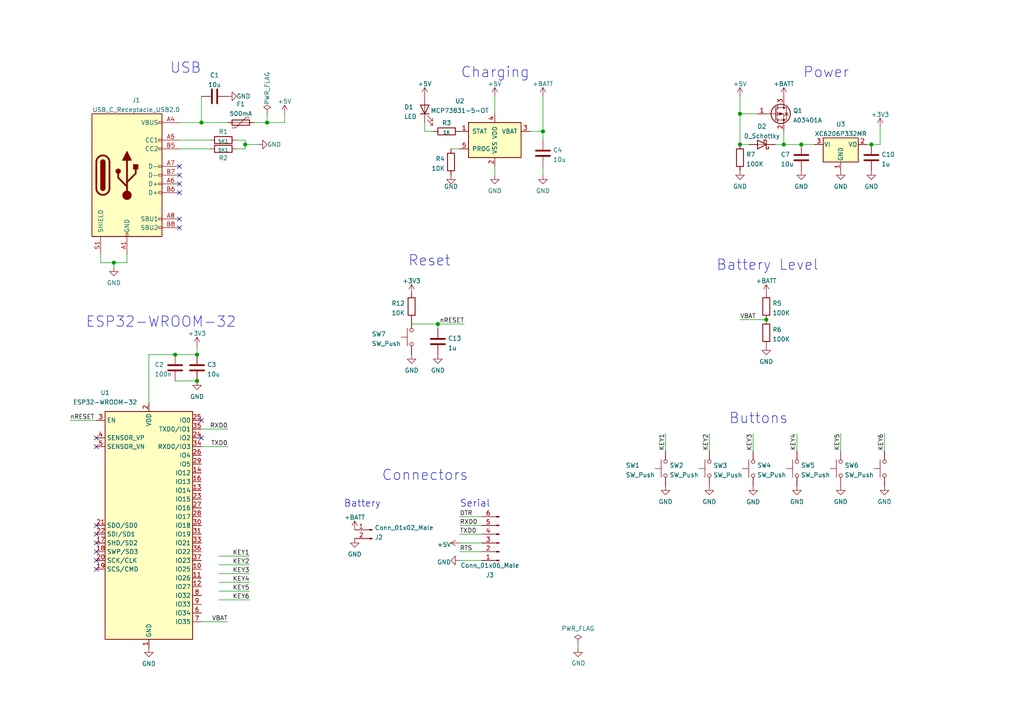
<source format=kicad_sch>
(kicad_sch (version 20210621) (generator eeschema)
  (paper "A4")
  (title_block (title "Steering Wheel Media Switches") (company "Bing Xu") (comment 1 "opsbinxu"))
  (lib_symbols
    (symbol "Connector:Conn_01x02_Male" (pin_names (offset 1.016) hide)
      (property "Reference" "J" (at 0 2.54 0))
      (property "Value" "Conn_01x02_Male" (at 0 -5.08 0))
      (symbol "Conn_01x02_Male_1_1"
        (rectangle (start 0.8636 -2.413) (end 0 -2.667) (stroke (width 0.1524)) (fill (type outline)))
        (rectangle (start 0.8636 0.127) (end 0 -0.127) (stroke (width 0.1524)) (fill (type outline)))
        (polyline (pts (xy 1.27 -2.54) (xy 0.8636 -2.54)) (stroke (width 0.1524)))
        (polyline (pts (xy 1.27 0) (xy 0.8636 0)) (stroke (width 0.1524)))
        (pin passive line (at 5.08 0 180) (length 3.81) (name "Pin_1") (number "1"))
        (pin passive line (at 5.08 -2.54 180) (length 3.81) (name "Pin_2") (number "2"))
      )
    )
    (symbol "Connector:Conn_01x06_Male" (pin_names (offset 1.016) hide)
      (property "Reference" "J" (at 0 7.62 0))
      (property "Value" "Conn_01x06_Male" (at 0 -10.16 0))
      (symbol "Conn_01x06_Male_1_1"
        (rectangle (start 0.8636 -7.493) (end 0 -7.747) (stroke (width 0.1524)) (fill (type outline)))
        (rectangle (start 0.8636 -4.953) (end 0 -5.207) (stroke (width 0.1524)) (fill (type outline)))
        (rectangle (start 0.8636 -2.413) (end 0 -2.667) (stroke (width 0.1524)) (fill (type outline)))
        (rectangle (start 0.8636 0.127) (end 0 -0.127) (stroke (width 0.1524)) (fill (type outline)))
        (rectangle (start 0.8636 2.667) (end 0 2.413) (stroke (width 0.1524)) (fill (type outline)))
        (rectangle (start 0.8636 5.207) (end 0 4.953) (stroke (width 0.1524)) (fill (type outline)))
        (polyline (pts (xy 1.27 -7.62) (xy 0.8636 -7.62)) (stroke (width 0.1524)))
        (polyline (pts (xy 1.27 -5.08) (xy 0.8636 -5.08)) (stroke (width 0.1524)))
        (polyline (pts (xy 1.27 -2.54) (xy 0.8636 -2.54)) (stroke (width 0.1524)))
        (polyline (pts (xy 1.27 0) (xy 0.8636 0)) (stroke (width 0.1524)))
        (polyline (pts (xy 1.27 2.54) (xy 0.8636 2.54)) (stroke (width 0.1524)))
        (polyline (pts (xy 1.27 5.08) (xy 0.8636 5.08)) (stroke (width 0.1524)))
        (pin passive line (at 5.08 5.08 180) (length 3.81) (name "Pin_1") (number "1"))
        (pin passive line (at 5.08 2.54 180) (length 3.81) (name "Pin_2") (number "2"))
        (pin passive line (at 5.08 0 180) (length 3.81) (name "Pin_3") (number "3"))
        (pin passive line (at 5.08 -2.54 180) (length 3.81) (name "Pin_4") (number "4"))
        (pin passive line (at 5.08 -5.08 180) (length 3.81) (name "Pin_5") (number "5"))
        (pin passive line (at 5.08 -7.62 180) (length 3.81) (name "Pin_6") (number "6"))
      )
    )
    (symbol "Connector:USB_C_Receptacle_USB2.0" (pin_names (offset 1.016))
      (property "Reference" "J" (at -10.16 19.05 0))
      (property "Value" "USB_C_Receptacle_USB2.0" (at 19.05 19.05 0))
      (symbol "USB_C_Receptacle_USB2.0_0_0"
        (rectangle (start -0.254 -17.78) (end 0.254 -16.764))
        (rectangle (start 10.16 -14.986) (end 9.144 -15.494))
        (rectangle (start 10.16 -12.446) (end 9.144 -12.954))
        (rectangle (start 10.16 -4.826) (end 9.144 -5.334))
        (rectangle (start 10.16 -2.286) (end 9.144 -2.794))
        (rectangle (start 10.16 0.254) (end 9.144 -0.254))
        (rectangle (start 10.16 2.794) (end 9.144 2.286))
        (rectangle (start 10.16 7.874) (end 9.144 7.366))
        (rectangle (start 10.16 10.414) (end 9.144 9.906))
        (rectangle (start 10.16 15.494) (end 9.144 14.986))
      )
      (symbol "USB_C_Receptacle_USB2.0_0_1"
        (arc (start -8.89 -3.81) (end -5.08 -3.81) (radius (at -6.985 -3.81) (length 1.905) (angles -179.9 -0.1)) (stroke (width 0.508)))
        (arc (start -7.62 -3.81) (end -6.35 -3.81) (radius (at -6.985 -3.81) (length 0.635) (angles -179.9 -0.1)) (stroke (width 0.254)))
        (arc (start -6.35 3.81) (end -7.62 3.81) (radius (at -6.985 3.81) (length 0.635) (angles 0.1 179.9)) (stroke (width 0.254)))
        (arc (start -5.08 3.81) (end -8.89 3.81) (radius (at -6.985 3.81) (length 1.905) (angles 0.1 179.9)) (stroke (width 0.508)))
        (arc (start -7.62 -3.81) (end -6.35 -3.81) (radius (at -6.985 -3.81) (length 0.635) (angles -179.9 -0.1)) (stroke (width 0.254)) (fill (type outline)))
        (arc (start -6.35 3.81) (end -7.62 3.81) (radius (at -6.985 3.81) (length 0.635) (angles 0.1 179.9)) (stroke (width 0.254)) (fill (type outline)))
        (circle (center -2.54 1.143) (radius 0.635) (stroke (width 0.254)) (fill (type outline)))
        (circle (center 0 -5.842) (radius 1.27) (fill (type outline)))
        (rectangle (start -7.62 -3.81) (end -6.35 3.81) (stroke (width 0.254)) (fill (type outline)))
        (rectangle (start 1.905 1.778) (end 3.175 3.048) (stroke (width 0.254)) (fill (type outline)))
        (rectangle (start -10.16 17.78) (end 10.16 -17.78) (stroke (width 0.254)) (fill (type background)))
        (polyline (pts (xy -8.89 -3.81) (xy -8.89 3.81)) (stroke (width 0.508)))
        (polyline (pts (xy -5.08 3.81) (xy -5.08 -3.81)) (stroke (width 0.508)))
        (polyline (pts (xy 0 -5.842) (xy 0 4.318)) (stroke (width 0.508)))
        (polyline (pts (xy 0 -3.302) (xy -2.54 -0.762) (xy -2.54 0.508)) (stroke (width 0.508)))
        (polyline (pts (xy 0 -2.032) (xy 2.54 0.508) (xy 2.54 1.778)) (stroke (width 0.508)))
        (polyline (pts (xy -1.27 4.318) (xy 0 6.858) (xy 1.27 4.318) (xy -1.27 4.318)) (stroke (width 0.254)) (fill (type outline)))
      )
      (symbol "USB_C_Receptacle_USB2.0_1_1"
        (pin passive line (at 0 -22.86 90) (length 5.08) (name "GND") (number "A1"))
        (pin passive line (at 0 -22.86 90) (length 5.08) hide (name "GND") (number "A12"))
        (pin passive line (at 15.24 15.24 180) (length 5.08) (name "VBUS") (number "A4"))
        (pin bidirectional line (at 15.24 10.16 180) (length 5.08) (name "CC1") (number "A5"))
        (pin bidirectional line (at 15.24 -2.54 180) (length 5.08) (name "D+") (number "A6"))
        (pin bidirectional line (at 15.24 2.54 180) (length 5.08) (name "D-") (number "A7"))
        (pin bidirectional line (at 15.24 -12.7 180) (length 5.08) (name "SBU1") (number "A8"))
        (pin passive line (at 15.24 15.24 180) (length 5.08) hide (name "VBUS") (number "A9"))
        (pin passive line (at 0 -22.86 90) (length 5.08) hide (name "GND") (number "B1"))
        (pin passive line (at 0 -22.86 90) (length 5.08) hide (name "GND") (number "B12"))
        (pin passive line (at 15.24 15.24 180) (length 5.08) hide (name "VBUS") (number "B4"))
        (pin bidirectional line (at 15.24 7.62 180) (length 5.08) (name "CC2") (number "B5"))
        (pin bidirectional line (at 15.24 -5.08 180) (length 5.08) (name "D+") (number "B6"))
        (pin bidirectional line (at 15.24 0 180) (length 5.08) (name "D-") (number "B7"))
        (pin bidirectional line (at 15.24 -15.24 180) (length 5.08) (name "SBU2") (number "B8"))
        (pin passive line (at 15.24 15.24 180) (length 5.08) hide (name "VBUS") (number "B9"))
        (pin passive line (at -7.62 -22.86 90) (length 5.08) (name "SHIELD") (number "S1"))
      )
    )
    (symbol "Device:C" (pin_numbers hide) (pin_names (offset 0.254))
      (property "Reference" "C" (at 0.635 2.54 0))
      (property "Value" "C" (at 0.635 -2.54 0))
      (symbol "C_0_1"
        (polyline (pts (xy -2.032 -0.762) (xy 2.032 -0.762)) (stroke (width 0.508)))
        (polyline (pts (xy -2.032 0.762) (xy 2.032 0.762)) (stroke (width 0.508)))
      )
      (symbol "C_1_1"
        (pin passive line (at 0 3.81 270) (length 2.794) (name "~") (number "1"))
        (pin passive line (at 0 -3.81 90) (length 2.794) (name "~") (number "2"))
      )
    )
    (symbol "Device:D_Schottky" (pin_numbers hide) (pin_names (offset 1.016) hide)
      (property "Reference" "D" (at 0 2.54 0))
      (property "Value" "D_Schottky" (at 0 -2.54 0))
      (symbol "D_Schottky_0_1"
        (polyline (pts (xy 1.27 0) (xy -1.27 0)))
        (polyline (pts (xy 1.27 1.27) (xy 1.27 -1.27) (xy -1.27 0) (xy 1.27 1.27)) (stroke (width 0.254)))
        (polyline (pts (xy -1.905 0.635) (xy -1.905 1.27) (xy -1.27 1.27) (xy -1.27 -1.27) (xy -0.635 -1.27) (xy -0.635 -0.635)) (stroke (width 0.254)))
      )
      (symbol "D_Schottky_1_1"
        (pin passive line (at -3.81 0 0) (length 2.54) (name "K") (number "1"))
        (pin passive line (at 3.81 0 180) (length 2.54) (name "A") (number "2"))
      )
    )
    (symbol "Device:LED" (pin_numbers hide) (pin_names (offset 1.016) hide)
      (property "Reference" "D" (at 0 2.54 0))
      (property "Value" "LED" (at 0 -2.54 0))
      (symbol "LED_0_1"
        (polyline (pts (xy -1.27 -1.27) (xy -1.27 1.27)) (stroke (width 0.254)))
        (polyline (pts (xy -1.27 0) (xy 1.27 0)))
        (polyline (pts (xy 1.27 -1.27) (xy 1.27 1.27) (xy -1.27 0) (xy 1.27 -1.27)) (stroke (width 0.254)))
        (polyline (pts (xy -3.048 -0.762) (xy -4.572 -2.286) (xy -3.81 -2.286) (xy -4.572 -2.286) (xy -4.572 -1.524)))
        (polyline (pts (xy -1.778 -0.762) (xy -3.302 -2.286) (xy -2.54 -2.286) (xy -3.302 -2.286) (xy -3.302 -1.524)))
      )
      (symbol "LED_1_1"
        (pin passive line (at -3.81 0 0) (length 2.54) (name "K") (number "1"))
        (pin passive line (at 3.81 0 180) (length 2.54) (name "A") (number "2"))
      )
    )
    (symbol "Device:Polyfuse" (pin_numbers hide) (pin_names (offset 0))
      (property "Reference" "F" (at -2.54 0 90))
      (property "Value" "Polyfuse" (at 2.54 0 90))
      (symbol "Polyfuse_0_1"
        (rectangle (start -0.762 2.54) (end 0.762 -2.54) (stroke (width 0.254)))
        (polyline (pts (xy 0 2.54) (xy 0 -2.54)))
        (polyline (pts (xy -1.524 2.54) (xy -1.524 1.524) (xy 1.524 -1.524) (xy 1.524 -2.54)))
      )
      (symbol "Polyfuse_1_1"
        (pin passive line (at 0 3.81 270) (length 1.27) (name "~") (number "1"))
        (pin passive line (at 0 -3.81 90) (length 1.27) (name "~") (number "2"))
      )
    )
    (symbol "Device:R" (pin_numbers hide) (pin_names (offset 0))
      (property "Reference" "R" (at 2.032 0 90))
      (property "Value" "R" (at 0 0 90))
      (symbol "R_0_1"
        (rectangle (start -1.016 -2.54) (end 1.016 2.54) (stroke (width 0.254)))
      )
      (symbol "R_1_1"
        (pin passive line (at 0 3.81 270) (length 1.27) (name "~") (number "1"))
        (pin passive line (at 0 -3.81 90) (length 1.27) (name "~") (number "2"))
      )
    )
    (symbol "MCP73831-5-OT_1" (pin_names (offset 1.016))
      (property "Reference" "U?" (at -10.16 10.0626 0))
      (property "Value" "MCP73831-5-OT_1" (at -10.16 7.2875 0))
      (symbol "MCP73831-5-OT_1_0_1"
        (rectangle (start -7.62 5.08) (end 7.62 -5.08) (stroke (width 0.254)) (fill (type background)))
      )
      (symbol "MCP73831-5-OT_1_1_1"
        (pin output line (at -10.16 2.54 0) (length 2.54) (name "STAT") (number "1"))
        (pin power_in line (at 0 -7.62 90) (length 2.54) (name "VSS") (number "2"))
        (pin power_out line (at 10.16 2.54 180) (length 2.54) (name "VBAT") (number "3"))
        (pin power_in line (at 0 7.62 270) (length 2.54) (name "VDD") (number "4"))
        (pin input line (at -10.16 -2.54 0) (length 2.54) (name "PROG") (number "5"))
      )
    )
    (symbol "RF_Module:ESP32-WROOM-32"
      (property "Reference" "U" (at -12.7 34.29 0))
      (property "Value" "ESP32-WROOM-32" (at 1.27 34.29 0))
      (symbol "ESP32-WROOM-32_0_1"
        (rectangle (start -12.7 33.02) (end 12.7 -33.02) (stroke (width 0.254)) (fill (type background)))
      )
      (symbol "ESP32-WROOM-32_1_1"
        (pin power_in line (at 0 -35.56 90) (length 2.54) (name "GND") (number "1"))
        (pin bidirectional line (at 15.24 -12.7 180) (length 2.54) (name "IO25") (number "10"))
        (pin bidirectional line (at 15.24 -15.24 180) (length 2.54) (name "IO26") (number "11"))
        (pin bidirectional line (at 15.24 -17.78 180) (length 2.54) (name "IO27") (number "12"))
        (pin bidirectional line (at 15.24 10.16 180) (length 2.54) (name "IO14") (number "13"))
        (pin bidirectional line (at 15.24 15.24 180) (length 2.54) (name "IO12") (number "14"))
        (pin passive line (at 0 -35.56 90) (length 2.54) hide (name "GND") (number "15"))
        (pin bidirectional line (at 15.24 12.7 180) (length 2.54) (name "IO13") (number "16"))
        (pin bidirectional line (at -15.24 -5.08 0) (length 2.54) (name "SHD/SD2") (number "17"))
        (pin bidirectional line (at -15.24 -7.62 0) (length 2.54) (name "SWP/SD3") (number "18"))
        (pin bidirectional line (at -15.24 -12.7 0) (length 2.54) (name "SCS/CMD") (number "19"))
        (pin power_in line (at 0 35.56 270) (length 2.54) (name "VDD") (number "2"))
        (pin bidirectional line (at -15.24 -10.16 0) (length 2.54) (name "SCK/CLK") (number "20"))
        (pin bidirectional line (at -15.24 0 0) (length 2.54) (name "SDO/SD0") (number "21"))
        (pin bidirectional line (at -15.24 -2.54 0) (length 2.54) (name "SDI/SD1") (number "22"))
        (pin bidirectional line (at 15.24 7.62 180) (length 2.54) (name "IO15") (number "23"))
        (pin bidirectional line (at 15.24 25.4 180) (length 2.54) (name "IO2") (number "24"))
        (pin bidirectional line (at 15.24 30.48 180) (length 2.54) (name "IO0") (number "25"))
        (pin bidirectional line (at 15.24 20.32 180) (length 2.54) (name "IO4") (number "26"))
        (pin bidirectional line (at 15.24 5.08 180) (length 2.54) (name "IO16") (number "27"))
        (pin bidirectional line (at 15.24 2.54 180) (length 2.54) (name "IO17") (number "28"))
        (pin bidirectional line (at 15.24 17.78 180) (length 2.54) (name "IO5") (number "29"))
        (pin input line (at -15.24 30.48 0) (length 2.54) (name "EN") (number "3"))
        (pin bidirectional line (at 15.24 0 180) (length 2.54) (name "IO18") (number "30"))
        (pin bidirectional line (at 15.24 -2.54 180) (length 2.54) (name "IO19") (number "31"))
        (pin no_connect line (at -12.7 -27.94 0) (length 2.54) hide (name "NC") (number "32"))
        (pin bidirectional line (at 15.24 -5.08 180) (length 2.54) (name "IO21") (number "33"))
        (pin bidirectional line (at 15.24 22.86 180) (length 2.54) (name "RXD0/IO3") (number "34"))
        (pin bidirectional line (at 15.24 27.94 180) (length 2.54) (name "TXD0/IO1") (number "35"))
        (pin bidirectional line (at 15.24 -7.62 180) (length 2.54) (name "IO22") (number "36"))
        (pin bidirectional line (at 15.24 -10.16 180) (length 2.54) (name "IO23") (number "37"))
        (pin passive line (at 0 -35.56 90) (length 2.54) hide (name "GND") (number "38"))
        (pin passive line (at 0 -35.56 90) (length 2.54) hide (name "GND") (number "39"))
        (pin input line (at -15.24 25.4 0) (length 2.54) (name "SENSOR_VP") (number "4"))
        (pin input line (at -15.24 22.86 0) (length 2.54) (name "SENSOR_VN") (number "5"))
        (pin input line (at 15.24 -25.4 180) (length 2.54) (name "IO34") (number "6"))
        (pin input line (at 15.24 -27.94 180) (length 2.54) (name "IO35") (number "7"))
        (pin bidirectional line (at 15.24 -20.32 180) (length 2.54) (name "IO32") (number "8"))
        (pin bidirectional line (at 15.24 -22.86 180) (length 2.54) (name "IO33") (number "9"))
      )
    )
    (symbol "Regulator_Linear:XC6206PxxxMR" (pin_names (offset 0.254))
      (property "Reference" "U" (at -3.81 3.175 0))
      (property "Value" "XC6206PxxxMR" (at 0 3.175 0))
      (symbol "XC6206PxxxMR_0_1"
        (rectangle (start -5.08 1.905) (end 5.08 -5.08) (stroke (width 0.254)) (fill (type background)))
      )
      (symbol "XC6206PxxxMR_1_1"
        (pin power_in line (at 0 -7.62 90) (length 2.54) (name "GND") (number "1"))
        (pin power_out line (at 7.62 0 180) (length 2.54) (name "VO") (number "2"))
        (pin power_in line (at -7.62 0 0) (length 2.54) (name "VI") (number "3"))
      )
    )
    (symbol "Switch:SW_Push" (pin_numbers hide) (pin_names (offset 1.016) hide)
      (property "Reference" "SW" (at 1.27 2.54 0))
      (property "Value" "SW_Push" (at 0 -1.524 0))
      (symbol "SW_Push_0_1"
        (circle (center -2.032 0) (radius 0.508))
        (circle (center 2.032 0) (radius 0.508))
        (polyline (pts (xy 0 1.27) (xy 0 3.048)))
        (polyline (pts (xy 2.54 1.27) (xy -2.54 1.27)))
        (pin passive line (at -5.08 0 0) (length 2.54) (name "1") (number "1"))
        (pin passive line (at 5.08 0 180) (length 2.54) (name "2") (number "2"))
      )
    )
    (symbol "Transistor_FET:TP0610T" (pin_names hide)
      (property "Reference" "Q" (at 5.08 1.905 0))
      (property "Value" "TP0610T" (at 5.08 0 0))
      (symbol "TP0610T_0_1"
        (circle (center 1.651 0) (radius 2.794) (stroke (width 0.254)))
        (circle (center 2.54 -1.778) (radius 0.254) (fill (type outline)))
        (circle (center 2.54 1.778) (radius 0.254) (fill (type outline)))
        (polyline (pts (xy 0.254 0) (xy -2.54 0)))
        (polyline (pts (xy 0.254 1.905) (xy 0.254 -1.905)) (stroke (width 0.254)))
        (polyline (pts (xy 0.762 -1.27) (xy 0.762 -2.286)) (stroke (width 0.254)))
        (polyline (pts (xy 0.762 0.508) (xy 0.762 -0.508)) (stroke (width 0.254)))
        (polyline (pts (xy 0.762 2.286) (xy 0.762 1.27)) (stroke (width 0.254)))
        (polyline (pts (xy 2.54 2.54) (xy 2.54 1.778)))
        (polyline (pts (xy 2.54 -2.54) (xy 2.54 0) (xy 0.762 0)))
        (polyline (pts (xy 0.762 1.778) (xy 3.302 1.778) (xy 3.302 -1.778) (xy 0.762 -1.778)))
        (polyline (pts (xy 2.794 -0.508) (xy 2.921 -0.381) (xy 3.683 -0.381) (xy 3.81 -0.254)))
        (polyline (pts (xy 3.302 -0.381) (xy 2.921 0.254) (xy 3.683 0.254) (xy 3.302 -0.381)))
        (polyline (pts (xy 2.286 0) (xy 1.27 0.381) (xy 1.27 -0.381) (xy 2.286 0)) (fill (type outline)))
      )
      (symbol "TP0610T_1_1"
        (pin input line (at -5.08 0 0) (length 2.54) (name "G") (number "1"))
        (pin passive line (at 2.54 -5.08 90) (length 2.54) (name "S") (number "2"))
        (pin passive line (at 2.54 5.08 270) (length 2.54) (name "D") (number "3"))
      )
    )
    (symbol "power:+3.3V" (power) (pin_names (offset 0))
      (property "Value" "+3.3V" (at 0 3.556 0))
      (symbol "+3.3V_0_1"
        (polyline (pts (xy -0.762 1.27) (xy 0 2.54)))
        (polyline (pts (xy 0 0) (xy 0 2.54)))
        (polyline (pts (xy 0 2.54) (xy 0.762 1.27)))
      )
      (symbol "+3.3V_1_1"
        (pin power_in line (at 0 0 90) (length 0) hide (name "+3V3") (number "1"))
      )
    )
    (symbol "power:+5V" (power) (pin_names (offset 0))
      (property "Value" "+5V" (at 0 3.556 0))
      (symbol "+5V_0_1"
        (polyline (pts (xy -0.762 1.27) (xy 0 2.54)))
        (polyline (pts (xy 0 0) (xy 0 2.54)))
        (polyline (pts (xy 0 2.54) (xy 0.762 1.27)))
      )
      (symbol "+5V_1_1"
        (pin power_in line (at 0 0 90) (length 0) hide (name "+5V") (number "1"))
      )
    )
    (symbol "power:+BATT" (power) (pin_names (offset 0))
      (property "Value" "+BATT" (at 0 3.556 0))
      (symbol "+BATT_0_1"
        (polyline (pts (xy -0.762 1.27) (xy 0 2.54)))
        (polyline (pts (xy 0 0) (xy 0 2.54)))
        (polyline (pts (xy 0 2.54) (xy 0.762 1.27)))
      )
      (symbol "+BATT_1_1"
        (pin power_in line (at 0 0 90) (length 0) hide (name "+BATT") (number "1"))
      )
    )
    (symbol "power:GND" (power) (pin_names (offset 0))
      (property "Value" "GND" (at 0 -3.81 0))
      (symbol "GND_0_1"
        (polyline (pts (xy 0 0) (xy 0 -1.27) (xy 1.27 -1.27) (xy 0 -2.54) (xy -1.27 -1.27) (xy 0 -1.27)))
      )
      (symbol "GND_1_1"
        (pin power_in line (at 0 0 270) (length 0) hide (name "GND") (number "1"))
      )
    )
    (symbol "power:PWR_FLAG" (power) (pin_numbers hide) (pin_names (offset 0) hide)
      (property "Value" "PWR_FLAG" (at 0 3.81 0))
      (symbol "PWR_FLAG_0_0"
        (pin power_out line (at 0 0 90) (length 0) (name "pwr") (number "1"))
      )
      (symbol "PWR_FLAG_0_1"
        (polyline (pts (xy 0 0) (xy 0 1.27) (xy -1.016 1.905) (xy 0 2.54) (xy 1.016 1.905) (xy 0 1.27)))
      )
    )
  )
  (junction (at 33.02 76.2) (diameter 1.016))
  (junction (at 50.8 102.87) (diameter 1.016))
  (junction (at 57.15 102.87) (diameter 1.016))
  (junction (at 57.15 110.49) (diameter 1.016))
  (junction (at 58.42 35.56) (diameter 1.016))
  (junction (at 71.12 41.91) (diameter 1.016))
  (junction (at 77.47 35.56) (diameter 1.016))
  (junction (at 127 93.98) (diameter 1.016))
  (junction (at 157.48 38.1) (diameter 1.016))
  (junction (at 214.63 33.02) (diameter 1.016))
  (junction (at 214.63 41.91) (diameter 1.016))
  (junction (at 222.25 92.71) (diameter 1.016))
  (junction (at 227.33 41.91) (diameter 1.016))
  (junction (at 232.41 41.91) (diameter 1.016))
  (junction (at 252.73 41.91) (diameter 1.016))
  (no_connect (at 27.94 127))
  (no_connect (at 27.94 129.54))
  (no_connect (at 27.94 152.4))
  (no_connect (at 27.94 154.94))
  (no_connect (at 27.94 157.48))
  (no_connect (at 27.94 160.02))
  (no_connect (at 27.94 162.56))
  (no_connect (at 27.94 165.1))
  (no_connect (at 52.07 48.26))
  (no_connect (at 52.07 50.8))
  (no_connect (at 52.07 53.34))
  (no_connect (at 52.07 55.88))
  (no_connect (at 52.07 63.5))
  (no_connect (at 52.07 66.04))
  (no_connect (at 58.42 121.92))
  (no_connect (at 58.42 127))
  (wire (pts (xy 20.32 121.92) (xy 27.94 121.92)))
  (wire (pts (xy 29.21 73.66) (xy 29.21 76.2)))
  (wire (pts (xy 29.21 76.2) (xy 33.02 76.2)))
  (wire (pts (xy 33.02 76.2) (xy 36.83 76.2)))
  (wire (pts (xy 33.02 77.47) (xy 33.02 76.2)))
  (wire (pts (xy 36.83 76.2) (xy 36.83 73.66)))
  (wire (pts (xy 43.18 102.87) (xy 50.8 102.87)))
  (wire (pts (xy 43.18 116.84) (xy 43.18 102.87)))
  (wire (pts (xy 50.8 102.87) (xy 57.15 102.87)))
  (wire (pts (xy 50.8 110.49) (xy 57.15 110.49)))
  (wire (pts (xy 52.07 35.56) (xy 58.42 35.56)))
  (wire (pts (xy 52.07 40.64) (xy 60.96 40.64)))
  (wire (pts (xy 52.07 43.18) (xy 60.96 43.18)))
  (wire (pts (xy 57.15 100.33) (xy 57.15 102.87)))
  (wire (pts (xy 58.42 27.94) (xy 58.42 35.56)))
  (wire (pts (xy 58.42 35.56) (xy 66.04 35.56)))
  (wire (pts (xy 58.42 124.46) (xy 66.04 124.46)))
  (wire (pts (xy 58.42 129.54) (xy 66.04 129.54)))
  (wire (pts (xy 58.42 180.34) (xy 66.04 180.34)))
  (wire (pts (xy 68.58 43.18) (xy 71.12 43.18)))
  (wire (pts (xy 71.12 40.64) (xy 68.58 40.64)))
  (wire (pts (xy 71.12 41.91) (xy 71.12 40.64)))
  (wire (pts (xy 71.12 41.91) (xy 74.93 41.91)))
  (wire (pts (xy 71.12 43.18) (xy 71.12 41.91)))
  (wire (pts (xy 72.39 161.29) (xy 63.5 161.29)))
  (wire (pts (xy 72.39 163.83) (xy 63.5 163.83)))
  (wire (pts (xy 72.39 166.37) (xy 63.5 166.37)))
  (wire (pts (xy 72.39 168.91) (xy 63.5 168.91)))
  (wire (pts (xy 72.39 171.45) (xy 63.5 171.45)))
  (wire (pts (xy 72.39 173.99) (xy 63.5 173.99)))
  (wire (pts (xy 73.66 35.56) (xy 77.47 35.56)))
  (wire (pts (xy 77.47 33.02) (xy 77.47 35.56)))
  (wire (pts (xy 77.47 35.56) (xy 82.55 35.56)))
  (wire (pts (xy 82.55 35.56) (xy 82.55 33.02)))
  (wire (pts (xy 119.38 93.98) (xy 127 93.98)))
  (wire (pts (xy 123.19 35.56) (xy 123.19 38.1)))
  (wire (pts (xy 123.19 38.1) (xy 125.73 38.1)))
  (wire (pts (xy 127 93.98) (xy 127 95.25)))
  (wire (pts (xy 127 93.98) (xy 134.62 93.98)))
  (wire (pts (xy 130.81 43.18) (xy 133.35 43.18)))
  (wire (pts (xy 133.35 149.86) (xy 139.7 149.86)))
  (wire (pts (xy 133.35 152.4) (xy 139.7 152.4)))
  (wire (pts (xy 133.35 154.94) (xy 139.7 154.94)))
  (wire (pts (xy 133.35 157.48) (xy 139.7 157.48)))
  (wire (pts (xy 133.35 160.02) (xy 139.7 160.02)))
  (wire (pts (xy 133.35 162.56) (xy 139.7 162.56)))
  (wire (pts (xy 143.51 27.94) (xy 143.51 33.02)))
  (wire (pts (xy 143.51 50.8) (xy 143.51 48.26)))
  (wire (pts (xy 153.67 38.1) (xy 157.48 38.1)))
  (wire (pts (xy 157.48 38.1) (xy 157.48 27.94)))
  (wire (pts (xy 157.48 40.64) (xy 157.48 38.1)))
  (wire (pts (xy 157.48 50.8) (xy 157.48 48.26)))
  (wire (pts (xy 167.64 186.69) (xy 167.64 187.96)))
  (wire (pts (xy 193.04 125.73) (xy 193.04 130.81)))
  (wire (pts (xy 205.74 125.73) (xy 205.74 130.81)))
  (wire (pts (xy 214.63 27.94) (xy 214.63 33.02)))
  (wire (pts (xy 214.63 33.02) (xy 214.63 41.91)))
  (wire (pts (xy 214.63 33.02) (xy 219.71 33.02)))
  (wire (pts (xy 214.63 92.71) (xy 222.25 92.71)))
  (wire (pts (xy 217.17 41.91) (xy 214.63 41.91)))
  (wire (pts (xy 218.44 125.7765) (xy 218.44 130.8565)))
  (wire (pts (xy 227.33 38.1) (xy 227.33 41.91)))
  (wire (pts (xy 227.33 41.91) (xy 224.79 41.91)))
  (wire (pts (xy 227.33 41.91) (xy 232.41 41.91)))
  (wire (pts (xy 231.14 125.73) (xy 231.14 130.81)))
  (wire (pts (xy 232.41 41.91) (xy 236.22 41.91)))
  (wire (pts (xy 243.84 125.73) (xy 243.84 130.81)))
  (wire (pts (xy 251.46 41.91) (xy 252.73 41.91)))
  (wire (pts (xy 252.73 41.91) (xy 255.27 41.91)))
  (wire (pts (xy 255.27 41.91) (xy 255.27 36.83)))
  (wire (pts (xy 256.54 125.73) (xy 256.54 130.81)))
  (text "USB" (at 58.42 21.59 180) (effects (font (size 3 3)) (justify right bottom)))
  (text "ESP32-WROOM-32" (at 68.58 95.25 180) (effects (font (size 3 3)) (justify right bottom)))
  (text "Battery" (at 110.49 147.32 180) (effects (font (size 2 2)) (justify right bottom)))
  (text "Reset" (at 130.81 77.47 180) (effects (font (size 3 3)) (justify right bottom)))
  (text "Connectors" (at 135.89 139.7 180) (effects (font (size 3 3)) (justify right bottom)))
  (text "Serial" (at 142.24 147.32 180) (effects (font (size 2 2)) (justify right bottom)))
  (text "Charging" (at 153.67 22.86 180) (effects (font (size 3 3)) (justify right bottom)))
  (text "Buttons" (at 228.6 123.19 180) (effects (font (size 3 3)) (justify right bottom)))
  (text "Battery Level" (at 237.49 78.74 180) (effects (font (size 3 3)) (justify right bottom)))
  (text "Power\n" (at 246.38 22.86 180) (effects (font (size 3 3)) (justify right bottom)))
  (label "nRESET" (at 20.32 121.92 0))
  (label "RXD0" (at 66.04 124.46 180))
  (label "TXD0" (at 66.04 129.54 180))
  (label "VBAT" (at 66.04 180.34 180))
  (label "KEY1" (at 72.39 161.29 180))
  (label "KEY2" (at 72.39 163.83 180))
  (label "KEY3" (at 72.39 166.37 180))
  (label "KEY4" (at 72.39 168.91 180))
  (label "KEY5" (at 72.39 171.45 180))
  (label "KEY6" (at 72.39 173.99 180))
  (label "DTR" (at 133.35 149.86 0))
  (label "RXD0" (at 133.35 152.4 0))
  (label "TXD0" (at 133.35 154.94 0))
  (label "RTS" (at 133.35 160.02 0))
  (label "nRESET" (at 134.62 93.98 180))
  (label "KEY1" (at 193.04 125.73 270))
  (label "KEY2" (at 205.74 125.73 270))
  (label "VBAT" (at 214.63 92.71 0))
  (label "KEY3" (at 218.44 125.7765 270))
  (label "KEY4" (at 231.14 125.73 270))
  (label "KEY5" (at 243.84 125.73 270))
  (label "KEY6" (at 256.54 125.73 270))
  (symbol (lib_id "power:+3.3V") (at 57.15 100.33 0) (unit 1)
    (property "Reference" "#PWR06" (effects hide))
    (property "Value" "+3.3V" (at 57.15 96.7254 0))
  )
  (symbol (lib_id "power:+5V") (at 82.55 33.02 0) (unit 1)
    (property "Reference" "#PWR07" (effects hide))
    (property "Value" "+5V" (at 82.55 29.4154 0))
  )
  (symbol (lib_id "power:+BATT") (at 102.87 153.67 0) (unit 1)
    (property "Reference" "#PWR0113" (effects hide))
    (property "Value" "+BATT" (at 102.87 150.0654 0))
  )
  (symbol (lib_id "power:+3.3V") (at 119.38 85.09 0) (unit 1)
    (property "Reference" "#PWR037" (effects hide))
    (property "Value" "+3.3V" (at 119.38 81.4854 0))
  )
  (symbol (lib_id "power:+5V") (at 123.19 27.94 0) (unit 1)
    (property "Reference" "#PWR0117" (effects hide))
    (property "Value" "+5V" (at 123.19 24.3354 0))
  )
  (symbol (lib_id "power:+5V") (at 133.35 157.48 90) (unit 1)
    (property "Reference" "#PWR0104" (effects hide))
    (property "Value" "+5V" (at 126.7461 157.959 90) (effects (justify right)))
  )
  (symbol (lib_id "power:+5V") (at 143.51 27.94 0) (unit 1)
    (property "Reference" "#PWR0115" (effects hide))
    (property "Value" "+5V" (at 143.51 24.3354 0))
  )
  (symbol (lib_id "power:+BATT") (at 157.48 27.94 0) (unit 1)
    (property "Reference" "#PWR0114" (effects hide))
    (property "Value" "+BATT" (at 157.48 24.3354 0))
  )
  (symbol (lib_id "power:+5V") (at 214.63 27.94 0) (unit 1)
    (property "Reference" "#PWR016" (effects hide))
    (property "Value" "+5V" (at 214.63 24.3354 0))
  )
  (symbol (lib_id "power:+BATT") (at 222.25 85.09 0) (unit 1)
    (property "Reference" "#PWR0106" (effects hide))
    (property "Value" "+BATT" (at 222.25 81.4854 0))
  )
  (symbol (lib_id "power:+BATT") (at 227.33 27.94 0) (unit 1)
    (property "Reference" "#PWR018" (effects hide))
    (property "Value" "+BATT" (at 227.33 24.3354 0))
  )
  (symbol (lib_id "power:+3.3V") (at 255.27 36.83 0) (unit 1)
    (property "Reference" "#PWR030" (effects hide))
    (property "Value" "+3.3V" (at 255.27 33.2254 0))
  )
  (symbol (lib_id "power:PWR_FLAG") (at 77.47 33.02 0) (unit 1)
    (property "Reference" "#FLG01" (effects hide))
    (property "Value" "PWR_FLAG" (at 77.47 25.6054 90))
  )
  (symbol (lib_id "power:PWR_FLAG") (at 167.64 186.69 0) (unit 1)
    (property "Reference" "#FLG03" (effects hide))
    (property "Value" "PWR_FLAG" (at 167.64 182.2958 0))
  )
  (symbol (lib_id "power:GND") (at 33.02 77.47 0) (unit 1)
    (property "Reference" "#PWR01" (effects hide))
    (property "Value" "GND" (at 33.02 82.0326 0))
  )
  (symbol (lib_id "power:GND") (at 43.18 187.96 0) (unit 1)
    (property "Reference" "#PWR04" (effects hide))
    (property "Value" "GND" (at 43.18 192.5226 0))
  )
  (symbol (lib_id "power:GND") (at 57.15 110.49 0) (unit 1)
    (property "Reference" "#PWR0101" (effects hide))
    (property "Value" "GND" (at 57.15 115.0526 0))
  )
  (symbol (lib_id "power:GND") (at 66.04 27.94 90) (unit 1)
    (property "Reference" "#PWR03" (effects hide))
    (property "Value" "GND" (at 70.6026 27.94 90))
  )
  (symbol (lib_id "power:GND") (at 74.93 41.91 90) (unit 1)
    (property "Reference" "#PWR05" (effects hide))
    (property "Value" "GND" (at 79.4926 41.91 90))
  )
  (symbol (lib_id "power:GND") (at 102.87 156.21 0) (unit 1)
    (property "Reference" "#PWR0112" (effects hide))
    (property "Value" "GND" (at 102.87 160.7726 0))
  )
  (symbol (lib_id "power:GND") (at 119.38 102.87 0) (unit 1)
    (property "Reference" "#PWR038" (effects hide))
    (property "Value" "GND" (at 119.38 107.4326 0))
  )
  (symbol (lib_id "power:GND") (at 127 102.87 0) (unit 1)
    (property "Reference" "#PWR039" (effects hide))
    (property "Value" "GND" (at 127 107.4326 0))
  )
  (symbol (lib_id "power:GND") (at 130.81 50.8 0) (unit 1)
    (property "Reference" "#PWR0116" (effects hide))
    (property "Value" "GND" (at 130.81 54.0926 0))
  )
  (symbol (lib_id "power:GND") (at 133.35 162.56 270) (mirror x) (unit 1)
    (property "Reference" "#PWR0108" (effects hide))
    (property "Value" "GND" (at 126.7461 163.039 90) (effects (justify left)))
  )
  (symbol (lib_id "power:GND") (at 143.51 50.8 0) (unit 1)
    (property "Reference" "#PWR0119" (effects hide))
    (property "Value" "GND" (at 143.51 55.3626 0))
  )
  (symbol (lib_id "power:GND") (at 157.48 50.8 0) (unit 1)
    (property "Reference" "#PWR0118" (effects hide))
    (property "Value" "GND" (at 157.48 55.3626 0))
  )
  (symbol (lib_id "power:GND") (at 167.64 187.96 0) (unit 1)
    (property "Reference" "#PWR023" (effects hide))
    (property "Value" "GND" (at 167.767 192.3542 0))
  )
  (symbol (lib_id "power:GND") (at 193.04 140.97 0) (unit 1)
    (property "Reference" "#PWR0102" (effects hide))
    (property "Value" "GND" (at 193.04 145.5326 0))
  )
  (symbol (lib_id "power:GND") (at 205.74 140.97 0) (unit 1)
    (property "Reference" "#PWR0103" (effects hide))
    (property "Value" "GND" (at 205.74 145.5326 0))
  )
  (symbol (lib_id "power:GND") (at 214.63 49.53 0) (unit 1)
    (property "Reference" "#PWR017" (effects hide))
    (property "Value" "GND" (at 214.63 54.0926 0))
  )
  (symbol (lib_id "power:GND") (at 218.44 141.0165 0) (unit 1)
    (property "Reference" "#PWR0107" (effects hide))
    (property "Value" "GND" (at 218.44 145.5791 0))
  )
  (symbol (lib_id "power:GND") (at 222.25 100.33 0) (unit 1)
    (property "Reference" "#PWR0105" (effects hide))
    (property "Value" "GND" (at 222.25 104.8926 0))
  )
  (symbol (lib_id "power:GND") (at 231.14 140.97 0) (unit 1)
    (property "Reference" "#PWR0109" (effects hide))
    (property "Value" "GND" (at 231.14 145.5326 0))
  )
  (symbol (lib_id "power:GND") (at 232.41 49.53 0) (unit 1)
    (property "Reference" "#PWR022" (effects hide))
    (property "Value" "GND" (at 232.41 54.0926 0))
  )
  (symbol (lib_id "power:GND") (at 243.84 49.53 0) (unit 1)
    (property "Reference" "#PWR028" (effects hide))
    (property "Value" "GND" (at 243.84 54.0926 0))
  )
  (symbol (lib_id "power:GND") (at 243.84 140.97 0) (unit 1)
    (property "Reference" "#PWR0110" (effects hide))
    (property "Value" "GND" (at 243.84 145.5326 0))
  )
  (symbol (lib_id "power:GND") (at 252.73 49.53 0) (unit 1)
    (property "Reference" "#PWR029" (effects hide))
    (property "Value" "GND" (at 252.73 54.0926 0))
  )
  (symbol (lib_id "power:GND") (at 256.54 140.97 0) (unit 1)
    (property "Reference" "#PWR0111" (effects hide))
    (property "Value" "GND" (at 256.54 145.5326 0))
  )
  (symbol (lib_id "Connector:Conn_01x02_Male") (at 107.95 153.67 0) (mirror y) (unit 1)
    (property "Reference" "J2" (at 108.6613 155.8485 0) (effects (justify right)))
    (property "Value" "Conn_01x02_Male" (at 108.6613 153.0734 0) (effects (justify right)))
    (property "Footprint" "josh-connectors:JST_PH_S2B-PH-SM4-TB_1x02-1MP_P2.00mm_Horizontal" (effects hide))
  )
  (symbol (lib_id "Device:R") (at 64.77 40.64 90) (unit 1)
    (property "Reference" "R1" (at 64.77 38.1974 90))
    (property "Value" "5K1" (at 64.77 40.9725 90) (effects (font (size 1 1))))
    (property "Footprint" "Resistor_SMD:R_0603_1608Metric" (effects hide))
  )
  (symbol (lib_id "Device:R") (at 64.77 43.18 90) (unit 1)
    (property "Reference" "R2" (at 64.77 45.8174 90))
    (property "Value" "5K1" (at 64.77 43.5125 90) (effects (font (size 1 1))))
    (property "Footprint" "Resistor_SMD:R_0603_1608Metric" (effects hide))
  )
  (symbol (lib_id "Device:R") (at 119.38 88.9 0) (unit 1)
    (property "Reference" "R12" (at 113.5381 87.9915 0) (effects (justify left)))
    (property "Value" "10K" (at 113.5381 90.7666 0) (effects (justify left)))
    (property "Footprint" "Resistor_SMD:R_0603_1608Metric" (effects hide))
  )
  (symbol (lib_id "Device:R") (at 129.54 38.1 90) (unit 1)
    (property "Reference" "R3" (at 129.54 35.6574 90))
    (property "Value" "1K" (at 129.54 38.4325 90) (effects (font (size 1 1))))
    (property "Footprint" "Resistor_SMD:R_0603_1608Metric" (effects hide))
  )
  (symbol (lib_id "Device:R") (at 130.81 46.99 0) (mirror y) (unit 1)
    (property "Reference" "R4" (at 129.0319 46.0815 0) (effects (justify left)))
    (property "Value" "10K" (at 129.0319 48.8566 0) (effects (justify left)))
    (property "Footprint" "Resistor_SMD:R_0603_1608Metric" (effects hide))
  )
  (symbol (lib_id "Device:R") (at 214.63 45.72 0) (unit 1)
    (property "Reference" "R7" (at 216.4081 44.8115 0) (effects (justify left)))
    (property "Value" "100K" (at 216.4081 47.5866 0) (effects (justify left)))
    (property "Footprint" "Resistor_SMD:R_0603_1608Metric" (effects hide))
  )
  (symbol (lib_id "Device:R") (at 222.25 88.9 0) (unit 1)
    (property "Reference" "R5" (at 224.0281 87.9915 0) (effects (justify left)))
    (property "Value" "100K" (at 224.0281 90.7666 0) (effects (justify left)))
    (property "Footprint" "Resistor_SMD:R_0603_1608Metric" (effects hide))
  )
  (symbol (lib_id "Device:R") (at 222.25 96.52 0) (unit 1)
    (property "Reference" "R6" (at 224.0281 95.6115 0) (effects (justify left)))
    (property "Value" "100K" (at 224.0281 98.3866 0) (effects (justify left)))
    (property "Footprint" "Resistor_SMD:R_0603_1608Metric" (effects hide))
  )
  (symbol (lib_id "Device:D_Schottky") (at 220.98 41.91 180) (unit 1)
    (property "Reference" "D2" (at 220.98 36.6734 0))
    (property "Value" "D_Schottky" (at 220.98 39.4485 0))
    (property "Footprint" "Diode_SMD:D_SOD-123F" (effects hide))
  )
  (symbol (lib_id "Device:Polyfuse") (at 69.85 35.56 90) (unit 1)
    (property "Reference" "F1" (at 69.85 30.1964 90))
    (property "Value" "500mA" (at 69.85 32.9715 90))
    (property "Footprint" "Fuse:Fuse_0805_2012Metric" (effects hide))
  )
  (symbol (lib_id "Device:LED") (at 123.19 31.75 90) (unit 1)
    (property "Reference" "D1" (at 117.2211 31.032 90) (effects (justify right)))
    (property "Value" "LED" (at 117.2211 33.8071 90) (effects (justify right)))
    (property "Footprint" "LED_SMD:LED_0603_1608Metric" (effects hide))
  )
  (symbol (lib_id "Device:C") (at 50.8 106.68 180) (unit 1)
    (property "Reference" "C2" (at 44.8311 105.7715 0) (effects (justify right)))
    (property "Value" "100n" (at 44.8311 108.5466 0) (effects (justify right)))
    (property "Footprint" "Capacitor_SMD:C_0603_1608Metric" (effects hide))
  )
  (symbol (lib_id "Device:C") (at 57.15 106.68 180) (unit 1)
    (property "Reference" "C3" (at 60.0711 105.7715 0) (effects (justify right)))
    (property "Value" "10u" (at 60.0711 108.5466 0) (effects (justify right)))
    (property "Footprint" "Capacitor_SMD:C_0603_1608Metric" (effects hide))
  )
  (symbol (lib_id "Device:C") (at 62.23 27.94 90) (unit 1)
    (property "Reference" "C1" (at 62.23 21.8144 90))
    (property "Value" "10u" (at 62.23 24.5895 90))
    (property "Footprint" "Capacitor_SMD:C_0603_1608Metric" (effects hide))
  )
  (symbol (lib_id "Device:C") (at 127 99.06 0) (unit 1)
    (property "Reference" "C13" (at 129.9211 98.1515 0) (effects (justify left)))
    (property "Value" "1u" (at 129.9211 100.9266 0) (effects (justify left)))
    (property "Footprint" "Capacitor_SMD:C_0603_1608Metric" (effects hide))
  )
  (symbol (lib_id "Device:C") (at 157.48 44.45 180) (unit 1)
    (property "Reference" "C4" (at 160.4011 43.5415 0) (effects (justify right)))
    (property "Value" "10u" (at 160.4011 46.3166 0) (effects (justify right)))
    (property "Footprint" "Capacitor_SMD:C_0603_1608Metric" (effects hide))
  )
  (symbol (lib_id "Device:C") (at 232.41 45.72 0) (unit 1)
    (property "Reference" "C7" (at 226.4411 44.8115 0) (effects (justify left)))
    (property "Value" "10u" (at 226.4411 47.5866 0) (effects (justify left)))
    (property "Footprint" "Capacitor_SMD:C_0603_1608Metric" (effects hide))
  )
  (symbol (lib_id "Device:C") (at 252.73 45.72 0) (unit 1)
    (property "Reference" "C10" (at 255.6511 44.8115 0) (effects (justify left)))
    (property "Value" "1u" (at 255.6511 47.5866 0) (effects (justify left)))
    (property "Footprint" "Capacitor_SMD:C_0603_1608Metric" (effects hide))
  )
  (symbol (lib_id "Switch:SW_Push") (at 119.38 97.79 90) (unit 1)
    (property "Reference" "SW7" (at 107.8231 96.8815 90) (effects (justify right)))
    (property "Value" "SW_Push" (at 107.8231 99.6566 90) (effects (justify right)))
    (property "Footprint" "josh-buttons-switches:Switch_SMT_SKPMAPE010" (effects hide))
  )
  (symbol (lib_id "Switch:SW_Push") (at 193.04 135.89 90) (unit 1)
    (property "Reference" "SW1" (at 181.4831 134.9815 90) (effects (justify right)))
    (property "Value" "SW_Push" (at 181.4831 137.7566 90) (effects (justify right)))
    (property "Footprint" "josh-buttons-switches:Switch_SMT_SKPMAPE010" (effects hide))
  )
  (symbol (lib_id "Switch:SW_Push") (at 205.74 135.89 90) (unit 1)
    (property "Reference" "SW2" (at 194.1831 134.9815 90) (effects (justify right)))
    (property "Value" "SW_Push" (at 194.1831 137.7566 90) (effects (justify right)))
    (property "Footprint" "josh-buttons-switches:Switch_SMT_SKPMAPE010" (effects hide))
  )
  (symbol (lib_id "Switch:SW_Push") (at 218.44 135.9365 90) (unit 1)
    (property "Reference" "SW3" (at 206.8831 135.028 90) (effects (justify right)))
    (property "Value" "SW_Push" (at 206.8831 137.8031 90) (effects (justify right)))
    (property "Footprint" "josh-buttons-switches:Switch_SMT_SKPMAPE010" (effects hide))
  )
  (symbol (lib_id "Switch:SW_Push") (at 231.14 135.89 90) (unit 1)
    (property "Reference" "SW4" (at 219.5831 134.9815 90) (effects (justify right)))
    (property "Value" "SW_Push" (at 219.5831 137.7566 90) (effects (justify right)))
    (property "Footprint" "josh-buttons-switches:Switch_SMT_SKPMAPE010" (effects hide))
  )
  (symbol (lib_id "Switch:SW_Push") (at 243.84 135.89 90) (unit 1)
    (property "Reference" "SW5" (at 232.2831 134.9815 90) (effects (justify right)))
    (property "Value" "SW_Push" (at 232.2831 137.7566 90) (effects (justify right)))
    (property "Footprint" "josh-buttons-switches:Switch_SMT_SKPMAPE010" (effects hide))
  )
  (symbol (lib_id "Switch:SW_Push") (at 256.54 135.89 90) (unit 1)
    (property "Reference" "SW6" (at 244.9831 134.9815 90) (effects (justify right)))
    (property "Value" "SW_Push" (at 244.9831 137.7566 90) (effects (justify right)))
    (property "Footprint" "josh-buttons-switches:Switch_SMT_SKPMAPE010" (effects hide))
  )
  (symbol (lib_id "Connector:Conn_01x06_Male") (at 144.78 157.48 180) (unit 1)
    (property "Reference" "J3" (at 142.0876 166.7806 0))
    (property "Value" "Conn_01x06_Male" (at 142.0876 164.0055 0))
    (property "Footprint" "josh-connectors:6_PIN_THT_Staggered" (effects hide))
  )
  (symbol (lib_id "Transistor_FET:TP0610T") (at 224.79 33.02 0) (unit 1)
    (property "Reference" "Q1" (at 229.9971 32.1115 0) (effects (justify left)))
    (property "Value" "A03401A" (at 229.9971 34.8866 0) (effects (justify left)))
    (property "Footprint" "Package_TO_SOT_SMD:SOT-23" (effects hide))
    (property "Datasheet" "http://www.vishay.com/docs/70209/70209.pdf" (effects hide))
  )
  (symbol (lib_id "Regulator_Linear:XC6206PxxxMR") (at 243.84 41.91 0) (unit 1)
    (property "Reference" "U3" (at 243.84 36.0384 0))
    (property "Value" "XC6206P332MR" (at 243.84 38.8135 0))
    (property "Footprint" "Package_TO_SOT_SMD:SOT-23" (effects hide))
    (property "Datasheet" "https://www.torexsemi.com/file/xc6206/XC6206.pdf" (effects hide))
  )
  (symbol (lib_name "MCP73831-5-OT_1") (lib_id "Battery_Management:MCP73831-5-OT") (at 143.51 40.64 0) (unit 1)
    (property "Reference" "U2" (at 133.35 29.3074 0))
    (property "Value" "MCP73831-5-OT" (at 133.35 32.0825 0))
    (property "Footprint" "Package_TO_SOT_SMD:SOT-23-5" (effects hide))
    (property "Datasheet" "http://ww1.microchip.com/downloads/en/DeviceDoc/20001984g.pdf" (effects hide))
  )
  (symbol (lib_id "Connector:USB_C_Receptacle_USB2.0") (at 36.83 50.8 0) (unit 1)
    (property "Reference" "J1" (at 39.497 29.0534 0))
    (property "Value" "USB_C_Receptacle_USB2.0" (at 39.497 31.8285 0))
    (property "Footprint" "josh-connectors:USB_C_Receptacle_HRO_TYPE-C-31-M-12" (effects hide))
    (property "Datasheet" "https://www.usb.org/sites/default/files/documents/usb_type-c.zip" (effects hide))
  )
  (symbol (lib_id "RF_Module:ESP32-WROOM-32") (at 43.18 152.4 0) (unit 1)
    (property "Reference" "U1" (at 30.48 113.8894 0))
    (property "Value" "ESP32-WROOM-32" (at 30.48 116.6645 0))
    (property "Footprint" "RF_Module:ESP32-WROOM-32" (effects hide))
    (property "Datasheet" "https://www.espressif.com/sites/default/files/documentation/esp32-wroom-32_datasheet_en.pdf" (effects hide))
  )
)
</source>
